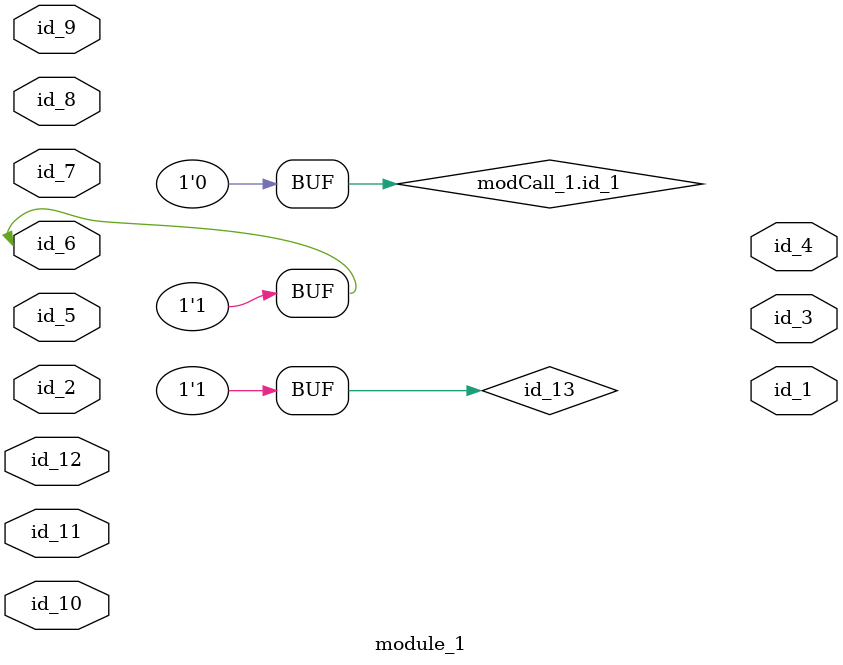
<source format=v>
module module_0;
  always id_1 <= $realtime;
  wire id_3;
  assign id_1 = id_2 - 1;
  assign id_2 = id_1 < 1;
endmodule
module module_1 (
    id_1,
    id_2,
    id_3,
    id_4,
    id_5,
    id_6,
    id_7,
    id_8,
    id_9,
    id_10,
    id_11,
    id_12
);
  input wire id_12;
  inout wire id_11;
  inout wire id_10;
  input wire id_9;
  input wire id_8;
  inout wire id_7;
  inout wire id_6;
  inout wire id_5;
  output wire id_4;
  output wire id_3;
  input wire id_2;
  output wire id_1;
  assign id_6 = id_11 != -1;
  module_0 modCall_1 ();
  assign modCall_1.id_1 = 0;
  wor id_13 = 1;
endmodule

</source>
